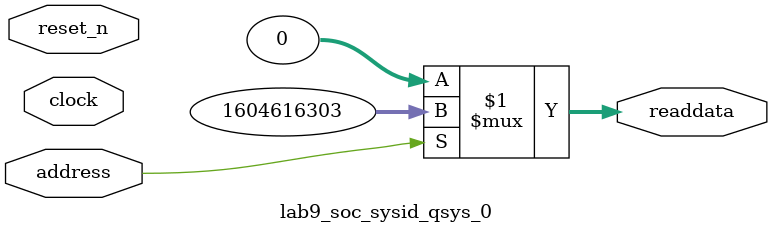
<source format=v>



// synthesis translate_off
`timescale 1ns / 1ps
// synthesis translate_on

// turn off superfluous verilog processor warnings 
// altera message_level Level1 
// altera message_off 10034 10035 10036 10037 10230 10240 10030 

module lab9_soc_sysid_qsys_0 (
               // inputs:
                address,
                clock,
                reset_n,

               // outputs:
                readdata
             )
;

  output  [ 31: 0] readdata;
  input            address;
  input            clock;
  input            reset_n;

  wire    [ 31: 0] readdata;
  //control_slave, which is an e_avalon_slave
  assign readdata = address ? 1604616303 : 0;

endmodule



</source>
